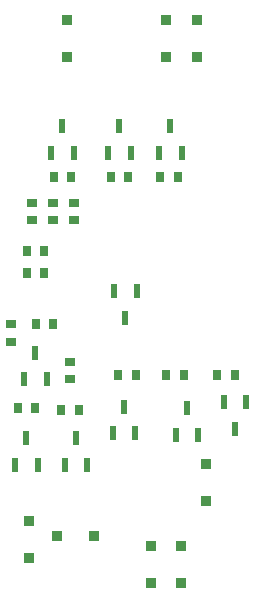
<source format=gbp>
%FSLAX25Y25*%
%MOIN*%
G70*
G01*
G75*
G04 Layer_Color=128*
%ADD10R,0.03543X0.02756*%
%ADD11R,0.22835X0.25197*%
%ADD12R,0.03150X0.08661*%
%ADD13R,0.02362X0.04528*%
%ADD14R,0.02756X0.03543*%
%ADD15O,0.02362X0.09055*%
%ADD16C,0.07000*%
%ADD17C,0.01000*%
%ADD18C,0.06400*%
%ADD19C,0.06500*%
%ADD20R,0.60500X0.07500*%
%ADD21R,0.08000X0.18500*%
%ADD22C,0.07874*%
%ADD23C,0.04500*%
%ADD24R,0.03740X0.03543*%
%ADD25R,0.03543X0.03740*%
%ADD26C,0.01969*%
%ADD27R,0.09000X0.09500*%
%ADD28C,0.00984*%
%ADD29C,0.02362*%
%ADD30C,0.00787*%
%ADD31C,0.00500*%
%ADD32C,0.00600*%
%ADD33R,0.04343X0.03556*%
%ADD34R,0.23635X0.25997*%
%ADD35R,0.03386X0.08898*%
%ADD36R,0.03162X0.05328*%
%ADD37R,0.03556X0.04343*%
%ADD38O,0.03162X0.09855*%
%ADD39C,0.00800*%
%ADD40C,0.08674*%
%ADD41C,0.05300*%
%ADD42R,0.04540X0.04343*%
%ADD43R,0.04343X0.04540*%
D10*
X36500Y149453D02*
D03*
Y143547D02*
D03*
X50500Y149453D02*
D03*
Y143547D02*
D03*
X43500Y143547D02*
D03*
Y149453D02*
D03*
X29500Y103047D02*
D03*
Y108953D02*
D03*
X49000Y96453D02*
D03*
Y90547D02*
D03*
D13*
X100260Y82929D02*
D03*
X107740D02*
D03*
X104000Y74071D02*
D03*
X91740Y72071D02*
D03*
X84260D02*
D03*
X88000Y80929D02*
D03*
X70740Y72571D02*
D03*
X63260D02*
D03*
X67000Y81429D02*
D03*
X54740Y62071D02*
D03*
X47260D02*
D03*
X51000Y70929D02*
D03*
X38240Y62071D02*
D03*
X30760D02*
D03*
X34500Y70929D02*
D03*
X41240Y90571D02*
D03*
X33760D02*
D03*
X37500Y99429D02*
D03*
X63760Y119929D02*
D03*
X71240D02*
D03*
X67500Y111071D02*
D03*
X50240Y166071D02*
D03*
X42760D02*
D03*
X46500Y174929D02*
D03*
X69240Y166071D02*
D03*
X61760D02*
D03*
X65500Y174929D02*
D03*
X86240Y166071D02*
D03*
X78760D02*
D03*
X82500Y174929D02*
D03*
D14*
X98047Y92000D02*
D03*
X103953D02*
D03*
X86953Y92000D02*
D03*
X81047D02*
D03*
X70953D02*
D03*
X65047D02*
D03*
X52000Y80500D02*
D03*
X46095D02*
D03*
X37453Y81000D02*
D03*
X31547D02*
D03*
X84953Y158000D02*
D03*
X79047D02*
D03*
X68453D02*
D03*
X62547D02*
D03*
X37547Y109000D02*
D03*
X43453D02*
D03*
X34547Y126000D02*
D03*
X40453D02*
D03*
X34547Y133500D02*
D03*
X40453D02*
D03*
X49453Y158000D02*
D03*
X43547D02*
D03*
D24*
X81000Y210402D02*
D03*
Y198000D02*
D03*
X35500Y31098D02*
D03*
Y43500D02*
D03*
X76000Y22598D02*
D03*
Y35000D02*
D03*
X86000Y22598D02*
D03*
Y35000D02*
D03*
X94500Y50098D02*
D03*
Y62500D02*
D03*
X48000Y210402D02*
D03*
Y198000D02*
D03*
X91500Y210402D02*
D03*
Y198000D02*
D03*
D25*
X44598Y38500D02*
D03*
X57000D02*
D03*
M02*

</source>
